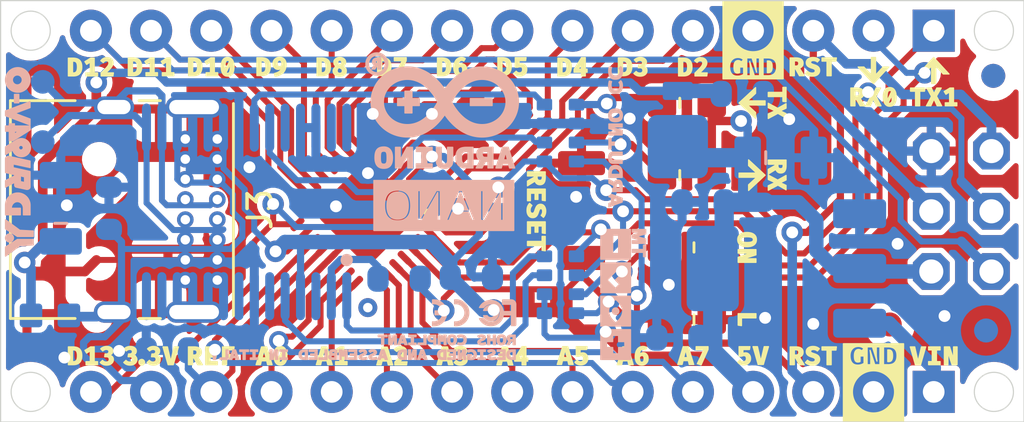
<source format=kicad_pcb>
(kicad_pcb (version 20220308) (generator pcbnew)
  (layers (0 "F.Cu" signal) (31 "B.Cu" signal) (34 "B.Paste" user) (35 "F.Paste" user) (36 "B.SilkS" user "B.Silkscreen") (37 "F.SilkS" user "F.Silkscreen") (38 "B.Mask" user) (39 "F.Mask" user) (44 "Edge.Cuts" user))
  (net 0 "")
  (net 1 "/AREF")
  (net 2 "Net-(IC1-DTR#)")
  (net 3 "/RX")
  (net 4 "/TX")
  (net 5 "Net-(J3-VBUS)")
  (net 15 "Net-(IC1-CBUS1)")
  (net 16 "Net-(IC1-CBUS0)")
  (net 17 "COM")
  (net 18 "VIN")
  (net 19 "/D3")
  (net 20 "/D4")
  (net 23 "/D5")
  (net 24 "/D6")
  (net 25 "/D7")
  (net 26 "/D8")
  (net 27 "/D9")
  (net 28 "/D10")
  (net 29 "/D11{slash}MOSI")
  (net 30 "/D12{slash}MISO")
  (net 31 "/D13{slash}SCK")
  (net 32 "/A6")
  (net 33 "/A7")
  (net 34 "/A0")
  (net 35 "/A1")
  (net 36 "/A2")
  (net 37 "/A3")
  (net 38 "/A4")
  (net 39 "/A5")
  (net 40 "/D0{slash}RX")
  (net 41 "/D1{slash}TX")
  (net 42 "/D2")
  (net 44 "Net-(IC3-PB6(XTAL1/TOSC1))")
  (net 45 "Net-(IC3-PB7(XTAL2/TOSC2))")
  (net 50 "Net-(RP2A-2)")
  (net 51 "Net-(RP1C-1)")
  (net 52 "Net-(RP2D-2)")
  (net 53 "Net-(RP2B-2)")
  (footprint "NanoV3.3:Fiducial_1mm_Mask1.5mm" (layer "F.Cu") (at 167.6146 95.885)
    (fp_text reference "FD2" hide)
    (fp_text value "DNP" hide)
  )
  (footprint "NanoV3.3:LED_0805_2012Metric" (layer "F.Cu") (at 154.686 97.028 90)
    (fp_text reference "TX0" hide)
    (fp_text value "Green" hide)
  )
  (footprint "NanoV3.3:Silkscreen_Front" (layer "F.Cu") (at 147.32 101.6)
    (fp_text reference "Silkscreen_Front" hide)
    (fp_text value "Silkscreen_Back" hide)
  )
  (footprint "NanoV3.3:LED_0805_2012Metric" (layer "F.Cu") (at 154.686 100.076 90)
    (fp_text reference "RX0" hide)
    (fp_text value "Red" hide)
  )
  (footprint "NanoV3.3:LED_0805_2012Metric" (layer "F.Cu") (at 154.686 103.124 -90)
    (fp_text reference "PWR0" hide)
    (fp_text value "Green" hide)
  )
  (footprint "NanoV3.3:Resonator_SMD_Murata_CSTxExxV-3Pin_3.0x1.1mm" (layer "F.Cu") (at 146.5834 97.2836 -45)
    (fp_text reference "Y1" hide)
    (fp_text value "16MHz" hide)
  )
  (footprint "Connector_USB:USB_C_Receptacle_GCT_USB4085" (layer "F.Cu") (at 134.874 98.552 -90)
    (fp_text reference "J3")
    (fp_text value "USB_2")
  )
  (footprint "NanoV3.3:TestPoint_Pad_D1.0mm" (layer "F.Cu") (at 127.508 98.679)
    (fp_text reference "D+0" hide)
    (fp_text value "DNP" hide)
  )
  (footprint "NanoV3.3:LED_0805_2012Metric" (layer "F.Cu") (at 154.686 106.172 -90)
    (fp_text reference "L0" hide)
    (fp_text value "Yellow" hide)
  )
  (footprint "NanoV3.3:Fuse_0603_1608Metric" (layer "F.Cu") (at 148.59 105.41)
    (fp_text reference "F1" hide)
    (fp_text value "MFFSMF050" hide)
  )
  (footprint "NanoV3.3:SW_SPST_3.9x2.9mm" (layer "F.Cu") (at 150.241 99.568 -90)
    (fp_text reference "SW1" hide)
    (fp_text value "RESET" hide)
  )
  (footprint "NanoV3.3:VQFN-32-1EP_5x5mm_P0.5mm_EP3.254x3.254mm" (layer "F.Cu") (at 141.224 101.6508 -135)
    (fp_text reference "IC3" hide)
    (fp_text value "328P-MUR" hide)
  )
  (footprint "NanoV3.3:TestPoint_Pad_D1.0mm" (layer "F.Cu") (at 127.508 96.139)
    (fp_text reference "D-0" hide)
    (fp_text value "DNP" hide)
  )
  (footprint "NanoV3.3:PinHeader_2x3_P2.54mm_Vertical" (layer "F.Cu") (at 166.2684 101.6 90)
    (fp_text reference "J4" hide)
    (fp_text value "Conn_2x3" hide)
  )
  (footprint "NanoV3.3:Fiducial_1mm_Mask1.5mm" (layer "F.Cu") (at 163.2458 106.3752 -90)
    (fp_text reference "FD1" hide)
    (fp_text value "DNP" hide)
  )
  (footprint "NanoV3.3:C_0603_1608Metric" (layer "B.Cu") (at 154.305 106.934 180)
    (fp_text reference "C8" hide)
    (fp_text value "1uF" hide)
  )
  (footprint "NanoV3.3:C_0603_1608Metric" (layer "B.Cu") (at 145.5928 104.3686)
    (fp_text reference "C3" hide)
    (fp_text value "1uF" hide)
  )
  (footprint "NanoV3.3:Fiducial_1mm_Mask1.5mm" (layer "B.Cu") (at 167.3098 106.6292 90)
    (fp_text reference "FD3" hide)
    (fp_text value "DNP" hide)
  )
  (footprint "NanoV3.3:DO-220AA" (layer "B.Cu") (at 154.305 98.171 90)
    (fp_text reference "D1" hide)
    (fp_text value "SS1P3L" hide)
  )
  (footprint "NanoV3.3:PinHeader_1x15_P2.54mm_Vertical" (layer "B.Cu") (at 147.32 93.98 180)
    (fp_text reference "J1" hide)
    (fp_text value "Conn_1x15" hide)
  )
  (footprint "NanoV3.3:C_0603_1608Metric" (layer "B.Cu") (at 142.5448 104.4448 180)
    (fp_text reference "C4" hide)
    (fp_text value "100nF" hide)
  )
  (footprint "NanoV3.3:R_CAY16-4" (layer "B.Cu") (at 149.352 98.298 90)
    (fp_text reference "RP2" hide)
    (fp_text value "1K" hide)
  )
  (footprint "NanoV3.3:C_0603_1608Metric" (layer "B.Cu") (at 157.0228 96.647)
    (fp_text reference "C9" hide)
    (fp_text value "100nF" hide)
  )
  (footprint "NanoV3.3:C_0603_1608Metric" (layer "B.Cu") (at 132.765 107.4674 180)
    (fp_text reference "C1" hide)
    (fp_text value "100nF" hide)
  )
  (footprint "NanoV3.3:CP_EIA-3216-18_Kemet-A" (layer "B.Cu") (at 128.27 102.87 90)
    (fp_text reference "C2" hide)
    (fp_text value "4,7uF_16V" hide)
  )
  (footprint "NanoV3.3:PinHeader_1x15_P2.54mm_Vertical" (layer "B.Cu") (at 147.32 109.22 180)
    (fp_text reference "J2" hide)
    (fp_text value "Conn_1x15" hide)
  )
  (footprint "NanoV3.3:Fiducial_1mm_Mask1.5mm" (layer "B.Cu") (at 167.6146 95.885 90)
    (fp_text reference "FD4" hide)
    (fp_text value "DNP" hide)
  )
  (footprint "NanoV3.3:R_CAY16-4" (layer "B.Cu") (at 149.352 104.6988 -90)
    (fp_text reference "RP1" hide)
    (fp_text value "1K" hide)
  )
  (footprint "NanoV3.3:SOT-223" (layer "B.Cu") (at 158.877 104.013 -90)
    (fp_text reference "IC2" hide)
    (fp_text value "LM1117IMPX-5.0" hide)
  )
  (footprint "NanoV3.3:SSOP-28_5.3x10.2mm_P0.65mm" (layer "B.Cu") (at 140.335 105.1814 180)
    (fp_text reference "IC1" hide)
    (fp_text value "FT232RL" hide)
  )
  (footprint "NanoV3.3:Fuse_0603_1608Metric" (layer "B.Cu") (at 127.8128 105.9942)
    (fp_text reference "F1" hide)
    (fp_text value "MFFSMF050" hide)
  )
  (footprint "NanoV3.3:C_0603_1608Metric" (layer "B.Cu") (at 130.302 101.473 -90)
    (fp_text reference "C6" hide)
    (fp_text value "100nF" hide)
  )
  (footprint "NanoV3.3:CP_EIA-3216-18_Kemet-A" (layer "B.Cu") (at 157.2514 99.3394)
    (fp_text reference "C5" hide)
    (fp_text value "4,7uF_16V" hide)
  )
  (footprint "NanoV3.3:Silkscreen_Back" (layer "B.Cu") (at 147.32 101.6 180)
    (fp_text reference "Silkscreen_Back" hide)
    (fp_text value "Silkscreen_Front" hide)
  )
  (footprint "NanoV3.3:C_0603_1608Metric" (layer "B.Cu") (at 155.3718 101.219 180)
    (fp_text reference "C7" hide)
    (fp_text value "1uF" hide)
  )
  (gr_circle (center 167.64 109.22) (end 168.4655 109.22) (stroke (width 0.05)) (fill none) (layer "Edge.Cuts"))
  (gr_line (start 125.73 92.71) (end 125.73 110.49) (stroke (width 0.05)) (layer "Edge.Cuts"))
  (gr_circle (center 127 109.22) (end 127.8255 109.22) (stroke (width 0.05)) (fill none) (layer "Edge.Cuts"))
  (gr_line (start 168.91 110.49) (end 168.91 92.71) (stroke (width 0.05)) (layer "Edge.Cuts"))
  (gr_circle (center 127 93.98) (end 127.8255 93.98) (stroke (width 0.05)) (fill none) (layer "Edge.Cuts"))
  (gr_circle (center 167.64 93.98) (end 168.4655 93.98) (stroke (width 0.05)) (fill none) (layer "Edge.Cuts"))
  (gr_line (start 168.91 92.71) (end 125.73 92.71) (stroke (width 0.05)) (layer "Edge.Cuts"))
  (gr_line (start 125.73 110.49) (end 168.91 110.49) (stroke (width 0.05)) (layer "Edge.Cuts"))
  (via (at 141.224 105.664) (size 0.8) (drill 0.4) (layers "F.Cu" "B.Cu") (net 0))
  (segment (start 139.314812 103.206435) (end 135.508999 107.012248) (width 0.254) (layer "F.Cu") (net 1))
  (segment (start 135.508999 108.331001) (end 134.62 109.22) (width 0.254) (layer "F.Cu") (net 1))
  (segment (start 135.508999 107.012248) (end 135.508999 108.331001) (width 0.254) (layer "F.Cu") (net 1))
  (segment (start 133.654 107.4674) (end 133.654 108.254) (width 0.3048) (layer "B.Cu") (net 1))
  (segment (start 133.654 108.254) (end 134.62 109.22) (width 0.3048) (layer "B.Cu") (net 1))
  (segment (start 141.351 103.632) (end 141.6558 103.9368) (width 0.3048) (layer "B.Cu") (net 2))
  (segment (start 139.6848 104.025717) (end 139.6848 105.1814) (width 0.3048) (layer "B.Cu") (net 2))
  (segment (start 140.078517 103.632) (end 139.6848 104.025717) (width 0.3048) (layer "B.Cu") (net 2))
  (segment (start 141.351 103.632) (end 140.078517 103.632) (width 0.3048) (layer "B.Cu") (net 2))
  (segment (start 141.6558 103.9368) (end 141.6558 104.4448) (width 0.3048) (layer "B.Cu") (net 2))
  (segment (start 140.5382 106.6292) (end 146.8374 106.6292) (width 0.254) (layer "B.Cu") (net 3))
  (segment (start 148.677 103.4988) (end 148.0628 103.4988) (width 0.254) (layer "B.Cu") (net 3))
  (segment (start 147.3454 106.1212) (end 147.3454 104.2162) (width 0.254) (layer "B.Cu") (net 3))
  (segment (start 146.8374 106.6292) (end 147.3454 106.1212) (width 0.254) (layer "B.Cu") (net 3))
  (segment (start 140.335 106.426) (end 140.5382 106.6292) (width 0.254) (layer "B.Cu") (net 3))
  (segment (start 148.0628 103.4988) (end 147.3454 104.2162) (width 0.254) (layer "B.Cu") (net 3))
  (segment (start 140.335 106.426) (end 140.335 105.1814) (width 0.254) (layer "B.Cu") (net 3))
  (segment (start 148.1772 104.2988) (end 148.677 104.2988) (width 0.254) (layer "B.Cu") (net 4))
  (segment (start 138.6078 107.0864) (end 147.1676 107.0864) (width 0.254) (layer "B.Cu") (net 4))
  (segment (start 147.1676 107.0864) (end 147.8788 106.3752) (width 0.254) (layer "B.Cu") (net 4))
  (segment (start 147.8788 106.3752) (end 147.8788 104.5972) (width 0.254) (layer "B.Cu") (net 4))
  (segment (start 147.8788 104.5972) (end 148.1772 104.2988) (width 0.254) (layer "B.Cu") (net 4))
  (segment (start 137.7348 105.1814) (end 137.7348 106.2134) (width 0.254) (layer "B.Cu") (net 4))
  (segment (start 137.7348 106.2134) (end 138.6078 107.0864) (width 0.254) (layer "B.Cu") (net 4))
  (segment (start 155.736011 100.076) (end 155.736011 97.028) (width 0.3556) (layer "F.Cu") (net 5))
  (segment (start 157.988 107.1626) (end 160.02 109.22) (width 0.3048) (layer "F.Cu") (net 5))
  (segment locked (start 129.7686 96.1644) (end 129.7686 97.3074) (width 0.4064) (layer "F.Cu") (net 5))
  (segment (start 152.4 107.823) (end 151.257 106.68) (width 0.6096) (layer "F.Cu") (net 5))
  (segment (start 156.21 107.823) (end 157.48 109.22) (width 0.6096) (layer "F.Cu") (net 5))
  (segment (start 143.93 99.298353) (end 143.93 99.29) (width 0.254) (layer "F.Cu") (net 5))
  (segment (start 152.781 107.1626) (end 152.273 106.68) (width 0.3048) (layer "F.Cu") (net 5))
  (segment (start 152.4 107.823) (end 156.21 107.823) (width 0.6096) (layer "F.Cu") (net 5))
  (segment locked (start 149.63 104.89) (end 144.81675 104.89) (width 0.254) (layer "F.Cu") (net 5))
  (segment (start 150.2156 106.68) (end 151.257 106.68) (width 0.6096) (layer "F.Cu") (net 5))
  (segment (start 146.5326 105.7656) (end 149.3012 105.7656) (width 0.6096) (layer "F.Cu") (net 5))
  (segment (start 161.163 97.155) (end 161.163 101.092) (width 0.3048) (layer "F.Cu") (net 5))
  (segment (start 143.133188 100.095165) (end 143.93 99.298353) (width 0.254) (layer "F.Cu") (net 5))
  (segment (start 160.02 93.98) (end 160.02 96.012) (width 0.3048) (layer "F.Cu") (net 5))
  (segment (start 144.43 105.79) (end 144.43 105.27675) (width 0.254) (layer "F.Cu") (net 5))
  (segment (start 152.781 107.1626) (end 157.988 107.1626) (width 0.3048) (layer "F.Cu") (net 5))
  (segment (start 160.02 96.012) (end 161.163 97.155) (width 0.3048) (layer "F.Cu") (net 5))
  (segment (start 138.607705 102.499328) (end 137.817033 103.29) (width 0.254) (layer "F.Cu") (net 5))
  (segment locked (start 150.241 104.267) (end 150.241 103.5685) (width 0.3048) (layer "F.Cu") (net 5))
  (segment (start 151.384 105.41) (end 152.273 106.299) (width 0.3048) (layer "F.Cu") (net 5))
  (segment (start 156.972 97.79) (end 155.736011 97.79) (width 0.3556) (layer "F.Cu") (net 5))
  (segment (start 152.273 106.299) (end 152.273 106.68) (width 0.3048) (layer "F.Cu") (net 5))
  (segment (start 127.127 104.14) (end 126.746 103.759) (width 0.4064) (layer "F.Cu") (net 5))
  (segment (start 159.766 102.489) (end 159.131 102.489) (width 0.3048) (layer "F.Cu") (net 5))
  (segment (start 150.2156 106.68) (end 149.3012 105.7656) (width 0.6096) (layer "F.Cu") (net 5))
  (segment (start 144.81675 104.89) (end 143.133187 103.206438) (width 0.254) (layer "F.Cu") (net 5))
  (segment locked (start 151.384 105.41) (end 150.241 104.267) (width 0.3048) (layer "F.Cu") (net 5))
  (segment locked (start 127.508 99.568) (end 127.508 102.997) (width 0.4064) (layer "F.Cu") (net 5))
  (segment (start 143.3444 98.7044) (end 143.93 99.29) (width 0.254) (layer "F.Cu") (net 5))
  (segment (start 144.43 105.27675) (end 144.81675 104.89) (width 0.254) (layer "F.Cu") (net 5))
  (segment locked (start 127.508 99.568) (end 129.7686 97.3074) (width 0.4064) (layer "F.Cu") (net 5))
  (segment (start 149.63 104.89) (end 150.241 104.279) (width 0.254) (layer "F.Cu") (net 5))
  (segment (start 129.774 103.652) (end 129.286 104.14) (width 0.4064) (layer "F.Cu") (net 5))
  (segment (start 133.524 103.652) (end 134.874 103.652) (width 0.25) (layer "F.Cu") (net 5))
  (segment (start 137.817033 103.29) (end 137.33 103.29) (width 0.254) (layer "F.Cu") (net 5))
  (segment (start 129.286 104.14) (end 127.127 104.14) (width 0.4064) (layer "F.Cu") (net 5))
  (segment (start 142.426082 99.388058) (end 143.10974 98.7044) (width 0.254) (layer "F.Cu") (net 5))
  (segment (start 161.163 101.092) (end 159.766 102.489) (width 0.3048) (layer "F.Cu") (net 5))
  (segment (start 143.10974 98.7044) (end 143.3444 98.7044) (width 0.254) (layer "F.Cu") (net 5))
  (segment locked (start 127.508 102.997) (end 126.746 103.759) (width 0.4064) (layer "F.Cu") (net 5))
  (segment (start 133.524 103.652) (end 129.774 103.652) (width 0.25) (layer "F.Cu") (net 5))
  (via (at 143.93 99.29) (size 0.9064) (drill 0.5) (layers "F.Cu" "B.Cu") (net 5))
  (via (at 156.972 97.79) (size 0.9064) (drill 0.5) (layers "F.Cu" "B.Cu") (net 5))
  (via (at 159.131 102.489) (size 0.9064) (drill 0.5) (layers "F.Cu" "B.Cu") (net 5))
  (via (at 151.384 105.41) (size 0.9064) (drill 0.5) (layers "F.Cu" "B.Cu") (net 5))
  (via (at 129.7686 96.1644) (size 0.9064) (drill 0.5) (layers "F.Cu" "B.Cu") (net 5))
  (via (at 126.746 103.759) (size 0.9064) (drill 0.5) (layers "F.Cu" "B.Cu") (net 5))
  (via (at 151.257 106.68) (size 0.9064) (drill 0.5) (layers "F.Cu" "B.Cu") (net 5))
  (via (at 137.33 103.29) (size 0.9064) (drill 0.5) (layers "F.Cu" "B.Cu") (net 5))
  (via (at 144.43 105.79) (size 0.9064) (drill 0.5) (layers "F.Cu" "B.Cu") (net 5))
  (via (at 146.5326 105.7656) (size 0.9064) (drill 0.5) (layers "F.Cu" "B.Cu") (net 5))
  (segment (start 148.677 105.0988) (end 148.677 105.8988) (width 0.254) (layer "B.Cu") (net 5))
  (segment (start 143.4338 104.4448) (end 143.4338 104.7938) (width 0.3048) (layer "B.Cu") (net 5))
  (segment (start 156.2608 101.219) (end 157.988 101.219) (width 0.8128) (layer "B.Cu") (net 5))
  (segment (start 157.2514 98.0694) (end 157.2514 99.3394) (width 0.3556) (layer "B.Cu") (net 5))
  (segment (start 135.1351 98.0694) (end 135.1351 99.7849) (width 0.254) (layer "B.Cu") (net 5))
  (segment (start 131.8895 98.171) (end 131.8895 101.2495) (width 0.254) (layer "B.Cu") (net 5))
  (segment (start 143.4338 104.7938) (end 144.43 105.79) (width 0.3048) (layer "B.Cu") (net 5))
  (segment (start 131.3769 97.5614) (end 131.8849 98.0694) (width 0.3048) (layer "B.Cu") (net 5))
  (segment (start 129.48 106.89) (end 129.23 107.14) (width 0.3048) (layer "B.Cu") (net 5))
  (segment (start 128.397 97.028) (end 127.508 96.139) (width 0.3048) (layer "B.Cu") (net 5))
  (segment (start 146.1008 105.7656) (end 144.7038 104.3686) (width 0.6096) (layer "B.Cu") (net 5))
  (segment (start 132.5352 98.0694) (end 132.5352 96.7212) (width 0.3048) (layer "B.Cu") (net 5))
  (segment (start 151.003 106.934) (end 151.257 106.68) (width 0.254) (layer "B.Cu") (net 5))
  (segment (start 154.305 98.871) (end 154.7734 99.3394) (width 0.8128) (layer "B.Cu") (net 5))
  (segment (start 133.1849 100.2449) (end 133.33 100.39) (width 0.254) (layer "B.Cu") (net 5))
  (segment (start 159.385 101.219) (end 157.988 101.219) (width 0.6096) (layer "B.Cu") (net 5))
  (segment (start 133.33 100.39) (end 135.0356 100.39) (width 0.254) (layer "B.Cu") (net 5))
  (segment (start 162.1028 104.14) (end 164.9984 104.14) (width 0.6096) (layer "B.Cu") (net 5))
  (segment (start 136.43 102.39) (end 137.33 103.29) (width 0.254) (layer "B.Cu") (net 5))
  (segment (start 155.778 107.518) (end 157.48 109.22) (width 0.8128) (layer "B.Cu") (net 5))
  (segment (start 130.83 106.19) (end 130.13 106.89) (width 0.3048) (layer "B.Cu") (net 5))
  (segment (start 162.5092 95.377) (end 163.8046 96.6724) (width 0.4064) (layer "B.Cu") (net 5))
  (segment (start 131.064 96.52) (end 132.334 96.52) (width 0.3048) (layer "B.Cu") (net 5))
  (segment (start 154.304 96.52) (end 152.6794 96.52) (width 0.3556) (layer "B.Cu") (net 5))
  (segment (start 127.0128 104.0258) (end 126.746 103.759) (width 0.4064) (layer "B.Cu") (net 5))
  (segment (start 152.2984 96.1644) (end 132.7404 96.1644) (width 0.3556) (layer "B.Cu") (net 5))
  (segment (start 130.13 106.89) (end 129.48 106.89) (width 0.3048) (layer "B.Cu") (net 5))
  (segment (start 131.064 96.52) (end 130.556 97.028) (width 0.3048) (layer "B.Cu") (net 5))
  (segment (start 130.03 107.94) (end 130.83 108.74) (width 0.3048) (layer "B.Cu") (net 5))
  (segment (start 167.5384 99.06) (end 167.5384 97.9678) (width 0.4064) (layer "B.Cu") (net 5))
  (segment (start 167.5384 97.9678) (end 166.243 96.6724) (width 0.4064) (layer "B.Cu") (net 5))
  (segment (start 132.7404 101.346) (end 134.5692 101.346) (width 0.254) (layer "B.Cu") (net 5))
  (segment (start 152.6794 96.52) (end 152.4762 96.3168) (width 0.3556) (layer "B.Cu") (net 5))
  (segment (start 161.9758 104.013) (end 160.909 104.013) (width 0.6096) (layer "B.Cu") (net 5))
  (segment (start 128.27 102.87) (end 127.635 102.87) (width 0.4064) (layer "B.Cu") (net 5))
  (segment (start 133.03 102.39) (end 135.1 102.39) (width 0.254) (layer "B.Cu") (net 5))
  (segment (start 161.417 95.377) (end 162.5092 95.377) (width 0.4064) (layer "B.Cu") (net 5))
  (segment (start 145.93 102.59) (end 145.93 100.79) (width 0.3048) (layer "B.Cu") (net 5))
  (segment (start 155.778 104.013) (end 155.778 107.518) (width 0.8128) (layer "B.Cu") (net 5))
  (segment (start 136.03 101.49) (end 136.03 100.6798) (width 0.254) (layer "B.Cu") (net 5))
  (segment (start 136.43 101.89) (end 136.03 101.49) (width 0.254) (layer "B.Cu") (net 5))
  (segment (start 137.723 102.897) (end 137.33 103.29) (width 0.6096) (layer "B.Cu") (net 5))
  (segment (start 135.0356 100.39) (end 135.0356 100.3956) (width 0.254) (layer "B.Cu") (net 5))
  (segment (start 132.334 95.758) (end 130.175 95.758) (width 0.3556) (layer "B.Cu") (net 5))
  (segment (start 145.7364 102.7836) (end 145.93 102.59) (width 0.3048) (layer "B.Cu") (net 5))
  (segment (start 136.43 101.89) (end 136.43 102.39) (width 0.254) (layer "B.Cu") (net 5))
  (segment (start 129.23 107.14) (end 129.23 107.69) (width 0.3048) (layer "B.Cu") (net 5))
  (segment (start 157.2514 99.3394) (end 157.2514 101.219) (width 0.8128) (layer "B.Cu") (net 5))
  (segment (start 144.7038 103.8098) (end 144.7038 104.3686) (width 0.6096) (layer "B.Cu") (net 5))
  (segment (start 160.147 103.251) (end 160.147 101.981) (width 0.6096) (layer "B.Cu") (net 5))
  (segment (start 131.8895 101.2495) (end 133.03 102.39) (width 0.254) (layer "B.Cu") (net 5))
  (segment (start 145.73 102.7836) (end 145.7364 102.7836) (width 0.3048) (layer "B.Cu") (net 5))
  (segment (start 159.131 108.331) (end 160.02 109.22) (width 0.4064) (layer "B.Cu") (net 5))
  (segment (start 159.131 102.489) (end 159.131 108.331) (width 0.4064) (layer "B.Cu") (net 5))
  (segment (start 127.0128 105.9942) (end 127.0128 104.0258) (width 0.4064) (layer "B.Cu") (net 5))
  (segment (start 160.909 104.013) (end 160.147 103.251) (width 0.6096) (layer "B.Cu") (net 5))
  (segment (start 154.7734 99.3394) (end 157.2514 99.3394) (width 0.8128) (layer "B.Cu") (net 5))
  (segment (start 156.2608 101.219) (end 156.2608 103.5302) (width 0.8128) (layer "B.Cu") (net 5))
  (segment (start 132.5372 101.1428) (end 132.7404 101.346) (width 0.254) (layer "B.Cu") (net 5))
  (segment (start 160.02 93.98) (end 161.417 95.377) (width 0.4064) (layer "B.Cu") (net 5))
  (segment (start 150.8952 105.8988) (end 151.384 105.41) (width 0.254) (layer "B.Cu") (net 5))
  (segment (start 130.83 102.89) (end 130.83 106.19) (width 0.3048) (layer "B.Cu") (net 5))
  (segment (start 127.635 102.87) (end 126.746 103.759) (width 0.4064) (layer "B.Cu") (net 5))
  (segment (start 138.384991 105.1814) (end 138.384991 102.897) (width 0.3048) (layer "B.Cu") (net 5))
  (segment (start 161.9758 104.013) (end 162.1028 104.14) (width 0.6096) (layer "B.Cu") (net 5))
  (segment (start 129.48 107.94) (end 130.03 107.94) (width 0.3048) (layer "B.Cu") (net 5))
  (segment (start 150.027 105.8988) (end 150.8952 105.8988) (width 0.254) (layer "B.Cu") (net 5))
  (segment (start 130.302 102.362) (end 130.83 102.89) (width 0.3048) (layer "B.Cu") (net 5))
  (segment (start 134.5692 101.346) (end 134.6962 101.219) (width 0.254) (layer "B.Cu") (net 5))
  (segment (start 132.7404 96.1644) (end 132.334 95.758) (width 0.3556) (layer "B.Cu") (net 5))
  (segment (start 135.93 102.69) (end 135.43 103.19) (width 0.254) (layer "B.Cu") (net 5))
  (segment (start 135.93 102.04) (end 135.53 101.64) (width 0.254) (layer "B.Cu") (net 5))
  (segment (start 146.5326 105.7656) (end 146.1008 105.7656) (width 0.6096) (layer "B.Cu") (net 5))
  (segment (start 130.556 97.028) (end 128.397 97.028) (width 0.3048) (layer "B.Cu") (net 5))
  (segment (start 145.73 102.7836) (end 144.7038 103.8098) (width 0.3048) (layer "B.Cu") (net 5))
  (segment (start 127.508 98.679) (end 128.6256 97.5614) (width 0.3048) (layer "B.Cu") (net 5))
  (segment (start 135.430006 103.189989) (end 130.82999 103.189989) (width 0.254) (layer "B.Cu") (net 5))
  (segment (start 152.2984 96.1644) (end 152.4762 96.3168) (width 0.3556) (layer "B.Cu") (net 5))
  (segment (start 144.43 99.29) (end 143.93 99.29) (width 0.3048) (layer "B.Cu") (net 5))
  (segment (start 163.8046 96.6724) (end 166.243 96.6724) (width 0.4064) (layer "B.Cu") (net 5))
  (segment (start 133.1849 98.0694) (end 133.1849 100.2449) (width 0.254) (layer "B.Cu") (net 5))
  (segment (start 136.03 100.6798) (end 135.1351 99.7849) (width 0.254) (layer "B.Cu") (net 5))
  (segment locked (start 130.83 108.74) (end 131.6 108.74) (width 0.3048) (layer "B.Cu") (net 5))
  (segment (start 128.6256 97.5614) (end 131.3769 97.5614) (width 0.3048) (layer "B.Cu") (net 5))
  (segment (start 160.147 101.981) (end 159.385 101.219) (width 0.6096) (layer "B.Cu") (net 5))
  (segment (start 132.08 109.22) (end 131.599991 108.739991) (width 0.3048) (layer "B.Cu") (net 5))
  (segment (start 148.677 105.8988) (end 148.677 106.767) (width 0.254) (layer "B.Cu") (net 5))
  (segment (start 143.891 102.897) (end 137.723 102.897) (width 0.6096) (layer "B.Cu") (net 5))
  (segment (start 135.93 102.69) (end 135.93 102.04) (width 0.254) (layer "B.Cu") (net 5))
  (segment (start 135.0356 100.3956) (end 135.53 100.89) (width 0.254) (layer "B.Cu") (net 5))
  (segment (start 144.7038 103.8098) (end 143.891 102.897) (width 0.6096) (layer "B.Cu") (net 5))
  (segment (start 148.844 106.934) (end 151.003 106.934) (width 0.254) (layer "B.Cu") (net 5))
  (segment (start 135.53 101.64) (end 135.53 100.89) (width 0.254) (layer "B.Cu") (net 5))
  (segment (start 128.6636 106.045) (end 129.794 106.045) (width 0.4064) (layer "B.Cu") (net 5))
  (segment (start 132.5352 96.7212) (end 132.334 96.52) (width 0.3048) (layer "B.Cu") (net 5))
  (segment (start 132.5372 98.0567) (end 132.5372 101.1428) (width 0.254) (layer "B.Cu") (net 5))
  (segment (start 130.175 95.758) (end 129.7686 96.1644) (width 0.3556) (layer "B.Cu") (net 5))
  (segment (start 135.1 102.39) (end 135.128 102.362) (width 0.254) (layer "B.Cu") (net 5))
  (segment (start 156.0078 96.521) (end 154.305 96.521) (width 0.6096) (layer "B.Cu") (net 5))
  (segment (start 156.2608 103.5302) (end 155.778 104.013) (width 0.8128) (layer "B.Cu") (net 5))
  (segment (start 156.972 97.79) (end 157.2514 98.0694) (width 0.3556) (layer "B.Cu") (net 5))
  (segment (start 145.93 100.79) (end 144.43 99.29) (width 0.3048) (layer "B.Cu") (net 5))
  (segment (start 129.23 107.69) (end 129.48 107.94) (width 0.3048) (layer "B.Cu") (net 5))
  (segment (start 148.677 106.767) (end 148.844 106.934) (width 0.254) (layer "B.Cu") (net 5))
  (segment (start 156.1338 96.647) (end 156.0078 96.521) (width 0.6096) (layer "B.Cu") (net 5))
  (segment (start 148.677 97.098) (end 148.2514 96.6724) (width 0.254) (layer "B.Cu") (net 15))
  (segment (start 136.6774 96.6724) (end 136.4353 96.9145) (width 0.254) (layer "B.Cu") (net 15))
  (segment (start 148.2514 96.6724) (end 136.6774 96.6724) (width 0.254) (layer "B.Cu") (net 15))
  (segment (start 136.4353 96.9145) (end 136.4353 98.0694) (width 0.254) (layer "B.Cu") (net 15))
  (segment (start 140.28 100.29) (end 138.23 100.29) (width 0.254) (layer "B.Cu") (net 16))
  (segment (start 148.658 98.679) (end 148.319 98.679) (width 0.254) (layer "B.Cu") (net 16))
  (segment (start 137.0851 99.1451) (end 138.23 100.29) (width 0.254) (layer "B.Cu") (net 16))
  (segment (start 140.78 100.79) (end 140.28 100.29) (width 0.254) (layer "B.Cu") (net 16))
  (segment (start 141.98 100.79) (end 140.78 100.79) (width 0.254) (layer "B.Cu") (net 16))
  (segment (start 148.13 98.49) (end 143.53 98.49) (width 0.254) (layer "B.Cu") (net 16))
  (segment (start 143.03 99.74) (end 143.03 98.99) (width 0.254) (layer "B.Cu") (net 16))
  (segment (start 137.0851 98.0694) (end 137.0851 99.1451) (width 0.254) (layer "B.Cu") (net 16))
  (segment (start 141.98 100.79) (end 143.03 99.74) (width 0.254) (layer "B.Cu") (net 16))
  (segment (start 148.658 98.679) (end 148.677 98.698) (width 0.254) (layer "B.Cu") (net 16))
  (segment (start 143.03 98.99) (end 143.53 98.49) (width 0.254) (layer "B.Cu") (net 16))
  (segment (start 148.319 98.679) (end 148.13 98.49) (width 0.254) (layer "B.Cu") (net 16))
  (segment (start 142.779635 99.741612) (end 141.224 101.297247) (width 0.254) (layer "F.Cu") (net 17))
  (segment (start 142.28466 101.6508) (end 141.224 101.6508) (width 0.254) (layer "F.Cu") (net 17))
  (segment (start 143.486742 100.448718) (end 142.28466 101.6508) (width 0.254) (layer "F.Cu") (net 17))
  (segment (start 141.224 102.004353) (end 141.224 101.6508) (width 0.254) (layer "F.Cu") (net 17))
  (segment (start 141.224 101.297247) (end 141.224 101.6508) (width 0.254) (layer "F.Cu") (net 17))
  (segment (start 139.668365 103.559988) (end 141.224 102.004353) (width 0.254) (layer "F.Cu") (net 17))
  (via (at 141.23 99.99) (size 0.9064) (drill 0.5) (layers "F.Cu" "B.Cu") (net 17))
  (via (at 165.5572 106.0196) (size 0.9064) (drill 0.5) (layers "F.Cu" "B.Cu") (net 17))
  (via (at 150.0124 100.9904) (size 0.8128) (drill 0.5) (layers "F.Cu" "B.Cu") (net 17))
  (via (at 141.43 97.49) (size 0.9064) (drill 0.5) (layers "F.Cu" "B.Cu") (net 17))
  (via (at 157.988 106.0958) (size 0.8128) (drill 0.5) (layers "F.Cu" "B.Cu") (net 17))
  (via (at 139.88 101.39) (size 0.9064) (drill 0.5) (layers "F.Cu" "B.Cu") (net 17))
  (via (at 128.524 101.346) (size 0.9064) (drill 0.5) (layers "F.Cu" "B.Cu") (net 17))
  (via (at 143.93 97.49) (size 0.9064) (drill 0.5) (layers "F.Cu" "B.Cu") (net 17))
  (via (at 152.273 97.6884) (size 0.8128) (drill 0.5) (layers "F.Cu" "B.Cu") (net 17))
  (via (at 153.924 104.6988) (size 0.8128) (drill 0.5) (layers "F.Cu" "B.Cu") (net 17))
  (via (at 130.73 107.49) (size 0.9064) (drill 0.5) (layers "F.Cu" "B.Cu") (net 17))
  (via (at 128.4224 107.7722) (size 0.8128) (drill 0.5) (layers "F.Cu" "B.Cu") (net 17))
  (via (at 163.576 102.9716) (size 0.8128) (drill 0.5) (layers "F.Cu" "B.Cu") (net 17))
  (via (at 136.23 99.74) (size 0.9064) (drill 0.5) (layers "F.Cu" "B.Cu") (net 17))
  (via (at 160.02 106.3498) (size 0.8128) (drill 0.5) (layers "F.Cu" "B.Cu") (net 17))
  (via (at 159.004 97.7138) (size 0.8128) (drill 0.5) (layers "F.Cu" "B.Cu") (net 17))
  (segment (start 148.677 97.898) (end 150.027 97.898) (width 0.4064) (layer "B.Cu") (net 17))
  (segment (start 165.1 108.204) (end 165.1 109.22) (width 0.6096) (layer "B.Cu") (net 18))
  (segment (start 161.9758 106.3244) (end 163.2204 106.3244) (width 0.6096) (layer "B.Cu") (net 18))
  (segment (start 163.2204 106.3244) (end 165.1 108.204) (width 0.6096) (layer "B.Cu") (net 18))
  (segment (start 145.559673 99.79) (end 147.352 99.79) (width 0.254) (layer "F.Cu") (net 19))
  (segment (start 144.193848 101.155825) (end 145.559673 99.79) (width 0.254) (layer "F.Cu") (net 19))
  (segment (start 149.4282 96.9518) (end 149.4282 97.7138) (width 0.254) (layer "F.Cu") (net 19))
  (segment (start 149.4282 97.7138) (end 147.352 99.79) (width 0.254) (layer "F.Cu") (net 19))
  (segment (start 152.4 93.98) (end 149.4282 96.9518) (width 0.254) (layer "F.Cu") (net 19))
  (segment (start 143.840295 100.802272) (end 145.352567 99.29) (width 0.254) (layer "F.Cu") (net 20))
  (segment (start 149.86 93.98) (end 149.86 94.234) (width 0.254) (layer "F.Cu") (net 20))
  (segment (start 145.352567 99.29) (end 147.1662 99.29) (width 0.254) (layer "F.Cu") (net 20))
  (segment (start 148.8186 95.2754) (end 148.8186 97.6376) (width 0.254) (layer "F.Cu") (net 20))
  (segment (start 148.8186 97.6376) (end 147.1662 99.29) (width 0.254) (layer "F.Cu") (net 20))
  (segment (start 149.86 94.234) (end 148.8186 95.2754) (width 0.254) (layer "F.Cu") (net 20))
  (segment (start 146.5834 94.7166) (end 147.32 93.98) (width 0.254) (layer "F.Cu") (net 23))
  (segment (start 140.53 98.481927) (end 140.53 97.2394) (width 0.254) (layer "F.Cu") (net 23))
  (segment (start 142.08808 95.68228) (end 145.05892 95.68228) (width 0.254) (layer "F.Cu") (net 23))
  (segment (start 140.729025 98.680952) (end 140.53 98.481927) (width 0.254) (layer "F.Cu") (net 23))
  (segment locked (start 140.53 97.2394) (end 142.0876 95.6818) (width 0.254) (layer "F.Cu") (net 23))
  (segment (start 145.05892 95.68228) (end 146.0246 94.7166) (width 0.254) (layer "F.Cu") (net 23))
  (segment (start 146.0246 94.7166) (end 146.5834 94.7166) (width 0.254) (layer "F.Cu") (net 23))
  (segment (start 142.0876 95.6818) (end 142.08808 95.68228) (width 0.254) (layer "F.Cu") (net 23))
  (segment (start 143.5354 95.2246) (end 144.78 93.98) (width 0.254) (layer "F.Cu") (net 24))
  (segment locked (start 140.03 97.079) (end 141.8844 95.2246) (width 0.254) (layer "F.Cu") (net 24))
  (segment (start 140.03 98.689033) (end 140.03 97.079) (width 0.254) (layer "F.Cu") (net 24))
  (segment (start 140.375472 99.034505) (end 140.03 98.689033) (width 0.254) (layer "F.Cu") (net 24))
  (segment (start 141.8844 95.2246) (end 143.5354 95.2246) (width 0.254) (layer "F.Cu") (net 24))
  (segment (start 140.021918 99.388058) (end 139.53 98.89614) (width 0.254) (layer "F.Cu") (net 25))
  (segment (start 142.24 93.98) (end 142.24 94.18) (width 0.254) (layer "F.Cu") (net 25))
  (segment (start 139.53 98.89614) (end 139.53 96.89) (width 0.254) (layer "F.Cu") (net 25))
  (segment locked (start 139.53 96.89) (end 142.24 94.18) (width 0.254) (layer "F.Cu") (net 25))
  (segment (start 139.03 99.103247) (end 139.03 96.69) (width 0.254) (layer "F.Cu") (net 26))
  (segment (start 139.668365 99.741612) (end 139.03 99.103247) (width 0.254) (layer "F.Cu") (net 26))
  (segment (start 139.7 93.98) (end 139.7 96.02) (width 0.254) (layer "F.Cu") (net 26))
  (segment locked (start 139.7 96.02) (end 139.03 96.69) (width 0.254) (layer "F.Cu") (net 26))
  (segment locked (start 138.53 95.35) (end 137.16 93.98) (width 0.254) (layer "F.Cu") (net 27))
  (segment (start 139.314812 100.095165) (end 138.53 99.310353) (width 0.254) (layer "F.Cu") (net 27))
  (segment (start 138.53 99.310353) (end 138.53 95.35) (width 0.254) (layer "F.Cu") (net 27))
  (segment (start 138.961258 100.448718) (end 137.98672 99.47418) (width 0.254) (layer "F.Cu") (net 28))
  (segment (start 137.98672 99.47418) (end 137.98672 97.34672) (width 0.254) (layer "F.Cu") (net 28))
  (segment (start 137.98672 97.34672) (end 134.62 93.98) (width 0.254) (layer "F.Cu") (net 28))
  (segment (start 132.08 93.98) (end 133.29968 95.19968) (width 0.254) (layer "F.Cu") (net 29))
  (segment (start 137.53 97.5504) (end 135.1788 95.1992) (width 0.254) (layer "F.Cu") (net 29))
  (segment (start 133.29968 95.19968) (end 135.17832 95.19968) (width 0.254) (layer "F.Cu") (net 29))
  (segment (start 138.607705 100.802272) (end 137.53 99.724567) (width 0.254) (layer "F.Cu") (net 29))
  (segment (start 137.53 99.724567) (end 137.53 97.5504) (width 0.254) (layer "F.Cu") (net 29))
  (segment (start 135.17832 95.19968) (end 135.1788 95.1992) (width 0.254) (layer "F.Cu") (net 29))
  (segment (start 132.08 93.98) (end 133.29968 95.19968) (width 0.254) (layer "B.Cu") (net 29))
  (segment (start 164.9984 101.4984) (end 164.9984 101.6) (width 0.6096) (layer "B.Cu") (net 29))
  (segment (start 133.29968 95.19968) (end 158.69968 95.19968) (width 0.254) (layer "B.Cu") (net 29))
  (segment (start 164.3634 100.8634) (end 159.0929 95.5929) (width 0.4064) (layer "B.Cu") (net 29))
  (segment (start 158.69968 95.19968) (end 159.0929 95.5929) (width 0.254) (layer "B.Cu") (net 29))
  (segment (start 164.3634 100.8634) (end 164.9984 101.4984) (width 0.6096) (layer "B.Cu") (net 29))
  (segment (start 159.0929 95.5929) (end 158.6992 95.1992) (width 0.4064) (layer "B.Cu") (net 29))
  (segment (start 138.254152 101.155825) (end 137.03 99.931673) (width 0.254) (layer "F.Cu") (net 30))
  (segment (start 134.8994 95.6564) (end 131.2164 95.6564) (width 0.254) (layer "F.Cu") (net 30))
  (segment locked (start 137.03 97.787) (end 134.8994 95.6564) (width 0.254) (layer "F.Cu") (net 30))
  (segment (start 129.54 93.98) (end 131.2164 95.6564) (width 0.254) (layer "F.Cu") (net 30))
  (segment (start 137.03 99.931673) (end 137.03 97.787) (width 0.254) (layer "F.Cu") (net 30))
  (segment (start 166.2684 102.87) (end 167.5384 104.14) (width 0.4064) (layer "B.Cu") (net 30))
  (segment (start 164.592 102.87) (end 163.703 101.981) (width 0.254) (layer "B.Cu") (net 30))
  (segment (start 163.703 101.981) (end 163.703 101.092) (width 0.254) (layer "B.Cu") (net 30))
  (segment (start 130.81 95.25) (end 129.54 93.98) (width 0.254) (layer "B.Cu") (net 30))
  (segment (start 166.2684 102.87) (end 164.592 102.87) (width 0.254) (layer "B.Cu") (net 30))
  (segment (start 158.2674 95.6564) (end 132.9944 95.6564) (width 0.254) (layer "B.Cu") (net 30))
  (segment (start 163.703 101.092) (end 158.2674 95.6564) (width 0.254) (layer "B.Cu") (net 30))
  (segment (start 132.9944 95.6564) (end 132.588 95.25) (width 0.254) (layer "B.Cu") (net 30))
  (segment (start 132.588 95.25) (end 130.81 95.25) (width 0.254) (layer "B.Cu") (net 30))
  (segment (start 161.798 101.219) (end 161.798 97.1042) (width 0.254) (layer "F.Cu") (net 31))
  (segment (start 145.03 101.49) (end 145.93 100.59) (width 0.254) (layer "F.Cu") (net 31))
  (segment (start 157.353 101.092) (end 152.908 101.092) (width 0.254) (layer "F.Cu") (net 31))
  (segment (start 137.23 101.29) (end 137.23 102.09) (width 0.254) (layer "F.Cu") (net 31))
  (segment (start 130.35 109.22) (end 129.54 109.22) (width 0.254) (layer "F.Cu") (net 31))
  (segment (start 158.242 102.743) (end 158.242 101.981) (width 0.254) (layer "F.Cu") (net 31))
  (segment (start 152.527 100.711) (end 151.2824 100.711) (width 0.254) (layer "F.Cu") (net 31))
  (segment (start 133.13 107.89) (end 136.43 104.59) (width 0.254) (layer "F.Cu") (net 31))
  (segment (start 137.174225 102.145775) (end 136.43 102.89) (width 0.254) (layer "F.Cu") (net 31))
  (segment (start 159.639 103.378) (end 161.798 101.219) (width 0.254) (layer "F.Cu") (net 31))
  (segment (start 145.93 100.59) (end 146.73 100.59) (width 0.254) (layer "F.Cu") (net 31))
  (segment (start 138.254152 102.145775) (end 137.174225 102.145775) (width 0.254) (layer "F.Cu") (net 31))
  (segment (start 131.68 107.89) (end 130.35 109.22) (width 0.254) (layer "F.Cu") (net 31))
  (segment (start 161.798 97.1042) (end 162.3314 96.5708) (width 0.254) (layer "F.Cu") (net 31))
  (segment (start 158.877 103.378) (end 158.242 102.743) (width 0.254) (layer "F.Cu") (net 31))
  (segment (start 133.13 107.89) (end 131.68 107.89) (width 0.254) (layer "F.Cu") (net 31))
  (segment (start 136.43 104.59) (end 136.43 102.89) (width 0.254) (layer "F.Cu") (net 31))
  (segment (start 158.242 101.981) (end 157.353 101.092) (width 0.254) (layer "F.Cu") (net 31))
  (segment (start 152.908 101.092) (end 152.527 100.711) (width 0.254) (layer "F.Cu") (net 31))
  (segment (start 159.639 103.378) (end 158.877 103.378) (width 0.254) (layer "F.Cu") (net 31))
  (via (at 145.03 101.49) (size 0.9064) (drill 0.5) (layers "F.Cu" "B.Cu") (net 31))
  (via (at 137.23 101.29) (size 0.9064) (drill 0.5) (layers "F.Cu" "B.Cu") (net 31))
  (via (at 162.3314 96.5708) (size 0.8128) (drill 0.5) (layers "F.Cu" "B.Cu") (net 31))
  (via (at 146.73 100.59) (size 0.9064) (drill 0.5) (layers "F.Cu" "B.Cu") (net 31))
  (via (at 151.2824 100.711) (size 0.9064) (drill 0.5) (layers "F.Cu" "B.Cu") (net 31))
  (segment (start 166.2684 97.6884) (end 166.2684 100.33) (width 0.254) (layer "B.Cu") (net 31))
  (segment (start 149.382 100.203) (end 150.6982 100.203) (width 0.254) (layer "B.Cu") (net 31))
  (segment (start 147.822 99.498) (end 146.73 100.59) (width 0.254) (layer "B.Cu") (net 31))
  (segment (start 150.6982 100.203) (end 151.2824 100.711) (width 0.254) (layer "B.Cu") (net 31))
  (segment (start 165.862 97.282) (end 163.0426 97.282) (width 0.254) (layer "B.Cu") (net 31))
  (segment (start 138.20248 102.26248) (end 144.25752 102.26248) (width 0.254) (layer "B.Cu") (net 31))
  (segment (start 166.2684 97.6884) (end 165.862 97.282) (width 0.254) (layer "B.Cu") (net 31))
  (segment (start 148.677 99.498) (end 149.382 100.203) (width 0.254) (layer "B.Cu") (net 31))
  (segment (start 144.25752 102.26248) (end 145.03 101.49) (width 0.254) (layer "B.Cu") (net 31))
  (segment (start 148.677 99.498) (end 147.822 99.498) (width 0.254) (layer "B.Cu") (net 31))
  (segment (start 166.2684 100.33) (end 167.5384 101.6) (width 0.4064) (layer "B.Cu") (net 31))
  (segment (start 163.0426 97.282) (end 162.3314 96.5708) (width 0.254) (layer "B.Cu") (net 31))
  (segment (start 137.23 101.29) (end 138.20248 102.26248) (width 0.254) (layer "B.Cu") (net 31))
  (segment (start 134.7724 107.04174) (end 134.7724 107.442) (width 0.254) (layer "F.Cu") (net 32))
  (segment (start 138.961258 102.852882) (end 134.7724 107.04174) (width 0.254) (layer "F.Cu") (net 32))
  (via (at 134.7724 107.442) (size 0.8128) (drill 0.5) (layers "F.Cu" "B.Cu") (net 32))
  (segment (start 135.3312 108.0008) (end 150.6728 108.0008) (width 0.254) (layer "B.Cu") (net 32))
  (segment (start 152.019 108.839) (end 152.4 109.22) (width 0.254) (layer "B.Cu") (net 32))
  (segment (start 134.7724 107.442) (end 135.3312 108.0008) (width 0.254) (layer "B.Cu") (net 32))
  (segment (start 150.6728 108.0008) (end 151.511 108.839) (width 0.254) (layer "B.Cu") (net 32))
  (segment (start 151.511 108.839) (end 152.019 108.839) (width 0.254) (layer "B.Cu") (net 32))
  (segment (start 140.021918 103.913542) (end 138.73 105.20546) (width 0.254) (layer "F.Cu") (net 33))
  (segment (start 138.73 105.20546) (end 138.73 106.19) (width 0.254) (layer "F.Cu") (net 33))
  (segment (start 137.6358 106.89) (end 138.03 106.89) (width 0.254) (layer "F.Cu") (net 33))
  (segment (start 137.4648 107.061) (end 137.6358 106.89) (width 0.254) (layer "F.Cu") (net 33))
  (segment (start 138.73 106.19) (end 138.03 106.89) (width 0.254) (layer "F.Cu") (net 33))
  (via (at 137.4648 107.061) (size 0.8128) (drill 0.5) (layers "F.Cu" "B.Cu") (net 33))
  (segment (start 153.67 107.95) (end 154.94 109.22) (width 0.254) (layer "B.Cu") (net 33))
  (segment (start 151.4856 107.5436) (end 151.892 107.95) (width 0.254) (layer "B.Cu") (net 33))
  (segment (start 151.892 107.95) (end 153.67 107.95) (width 0.254) (layer "B.Cu") (net 33))
  (segment (start 137.9474 107.5436) (end 137.4648 107.061) (width 0.254) (layer "B.Cu") (net 33))
  (segment (start 151.4856 107.5436) (end 137.9474 107.5436) (width 0.254) (layer "B.Cu") (net 33))
  (segment (start 139.23 105.412567) (end 139.23 106.4388) (width 0.254) (layer "F.Cu") (net 34))
  (segment (start 140.375472 104.267095) (end 139.23 105.412567) (width 0.254) (layer "F.Cu") (net 34))
  (segment (start 137.16 108.1024) (end 137.3124 107.95) (width 0.254) (layer "F.Cu") (net 34))
  (segment (start 139.23 106.4388) (end 137.7188 107.95) (width 0.254) (layer "F.Cu") (net 34))
  (segment (start 137.16 109.22) (end 137.16 108.1024) (width 0.254) (layer "F.Cu") (net 34))
  (segment (start 137.3124 107.95) (end 137.7188 107.95) (width 0.254) (layer "F.Cu") (net 34))
  (segment (start 139.7 105.649675) (end 140.729025 104.62065) (width 0.254) (layer "F.Cu") (net 35))
  (segment (start 139.7 109.22) (end 139.7 105.649675) (width 0.254) (layer "F.Cu") (net 35))
  (segment (start 142.029993 104.931666) (end 141.718975 104.620648) (width 0.254) (layer "F.Cu") (net 36))
  (segment (start 142.029993 109.009993) (end 142.029993 104.931666) (width 0.254) (layer "F.Cu") (net 36))
  (segment (start 142.24 109.22) (end 142.029993 109.009993) (width 0.254) (layer "F.Cu") (net 36))
  (segment (start 142.072528 104.267095) (end 142.53 104.724567) (width 0.254) (layer "F.Cu") (net 37))
  (segment (start 142.53 106.97) (end 144.78 109.22) (width 0.254) (layer "F.Cu") (net 37))
  (segment (start 142.53 104.724567) (end 142.53 106.97) (width 0.254) (layer "F.Cu") (net 37))
  (segment (start 147.1168 107.95) (end 147.32 108.1532) (width 0.254) (layer "F.Cu") (net 38))
  (segment (start 143.03 104.51746) (end 143.03 106.69) (width 0.254) (layer "F.Cu") (net 38))
  (segment (start 147.1168 107.95) (end 144.29 107.95) (width 0.254) (layer "F.Cu") (net 38))
  (segment (start 143.03 106.69) (end 144.29 107.95) (width 0.254) (layer "F.Cu") (net 38))
  (segment (start 147.32 108.1532) (end 147.32 109.22) (width 0.254) (layer "F.Cu") (net 38))
  (segment (start 142.426082 103.913542) (end 143.03 104.51746) (width 0.254) (layer "F.Cu") (net 38))
  (segment (start 149.4536 107.4928) (end 149.86 107.8992) (width 0.254) (layer "F.Cu") (net 39))
  (segment (start 144.7328 107.4928) (end 149.4536 107.4928) (width 0.254) (layer "F.Cu") (net 39))
  (segment (start 144.7328 107.4928) (end 143.53 106.29) (width 0.254) (layer "F.Cu") (net 39))
  (segment (start 143.53 104.310353) (end 143.53 106.29) (width 0.254) (layer "F.Cu") (net 39))
  (segment (start 149.86 107.8992) (end 149.86 109.22) (width 0.254) (layer "F.Cu") (net 39))
  (segment (start 142.779635 103.559988) (end 143.53 104.310353) (width 0.254) (layer "F.Cu") (net 39))
  (segment (start 157.226 102.489) (end 157.226 103.251) (width 0.254) (layer "F.Cu") (net 40))
  (segment (start 162.814 98.171) (end 163.83 97.155) (width 0.254) (layer "F.Cu") (net 40))
  (segment (start 151.1808 102.489) (end 151.0538 102.362) (width 0.254) (layer "F.Cu") (net 40))
  (segment (start 152.273 102.489) (end 151.1808 102.489) (width 0.254) (layer "F.Cu") (net 40))
  (segment (start 163.83 97.155) (end 163.83 96.647) (width 0.254) (layer "F.Cu") (net 40))
  (segment (start 163.83 96.647) (end 164.719 95.758) (width 0.254) (layer "F.Cu") (net 40))
  (segment (start 150.9268 102.489) (end 151.0538 102.362) (width 0.254) (layer "F.Cu") (net 40))
  (segment (start 156.845 102.108) (end 157.226 102.489) (width 0.254) (layer "F.Cu") (net 40))
  (segment (start 149.352 102.489) (end 147.447 104.394) (width 0.254) (layer "F.Cu") (net 40))
  (segment (start 152.654 102.108) (end 152.273 102.489) (width 0.254) (layer "F.Cu") (net 40))
  (segment (start 162.814 101.727) (end 162.814 98.171) (width 0.254) (layer "F.Cu") (net 40))
  (segment (start 152.654 102.108) (end 156.845 102.108) (width 0.254) (layer "F.Cu") (net 40))
  (segment (start 157.226 103.251) (end 158.369 104.394) (width 0.254) (layer "F.Cu") (net 40))
  (segment (start 145.02786 104.394) (end 147.447 104.394) (width 0.254) (layer "F.Cu") (net 40))
  (segment (start 160.147 104.394) (end 162.814 101.727) (width 0.254) (layer "F.Cu") (net 40))
  (segment (start 149.352 102.489) (end 150.9268 102.489) (width 0.254) (layer "F.Cu") (net 40))
  (segment (start 158.369 104.394) (end 160.147 104.394) (width 0.254) (layer "F.Cu") (net 40))
  (segment (start 143.486742 102.852882) (end 145.02786 104.394) (width 0.254) (layer "F.Cu") (net 40))
  (via (at 151.0538 102.362) (size 0.8128) (drill 0.5) (layers "F.Cu" "B.Cu") (net 40))
  (via (at 164.719 95.758) (size 0.9064) (drill 0.5) (layers "F.Cu" "B.Cu") (net 40))
  (segment (start 150.027 103.3888) (end 151.0538 102.362) (width 0.254) (layer "B.Cu") (net 40))
  (segment (start 150.027 103.4988) (end 150.027 103.3888) (width 0.254) (layer "B.Cu") (net 40))
  (segment (start 162.56 94.361) (end 163.957 95.758) (width 0.254) (layer "B.Cu") (net 40))
  (segment (start 164.719 95.758) (end 163.957 95.758) (width 0.254) (layer "B.Cu") (net 40))
  (segment (start 162.56 93.98) (end 162.56 94.361) (width 0.254) (layer "B.Cu") (net 40))
  (segment (start 162.306 97.79) (end 163.195 96.901) (width 0.254) (layer "F.Cu") (net 41))
  (segment (start 157.099 101.6) (end 151.9936 101.6) (width 0.254) (layer "F.Cu") (net 41))
  (segment (start 147.32 103.759) (end 149.098 101.981) (width 0.254) (layer "F.Cu") (net 41))
  (segment (start 147.32 103.759) (end 145.099962 103.759) (width 0.254) (layer "F.Cu") (net 41))
  (segment (start 159.893 103.886) (end 162.306 101.473) (width 0.254) (layer "F.Cu") (net 41))
  (segment (start 150.622 101.6) (end 150.241 101.981) (width 0.254) (layer "F.Cu") (net 41))
  (segment (start 162.306 101.473) (end 162.306 97.79) (width 0.254) (layer "F.Cu") (net 41))
  (segment (start 163.195 96.901) (end 163.195 95.885) (width 0.254) (layer "F.Cu") (net 41))
  (segment (start 157.099 101.6) (end 157.734 102.235) (width 0.254) (layer "F.Cu") (net 41))
  (segment (start 149.098 101.981) (end 150.241 101.981) (width 0.254) (layer "F.Cu") (net 41))
  (segment (start 145.099962 103.759) (end 143.840293 102.499332) (width 0.254) (layer "F.Cu") (net 41))
  (segment (start 151.9936 101.6) (end 150.622 101.6) (width 0.254) (layer "F.Cu") (net 41))
  (segment (start 158.623 103.886) (end 159.893 103.886) (width 0.254) (layer "F.Cu") (net 41))
  (segment (start 157.734 102.235) (end 157.734 102.997) (width 0.254) (layer "F.Cu") (net 41))
  (segment (start 157.734 102.997) (end 158.623 103.886) (width 0.254) (layer "F.Cu") (net 41))
  (segment (start 163.195 95.885) (end 165.1 93.98) (width 0.254) (layer "F.Cu") (net 41))
  (via (at 151.9936 101.6) (size 0.9064) (drill 0.5) (layers "F.Cu" "B.Cu") (net 41))
  (segment (start 151.9936 102.7176) (end 150.4124 104.2988) (width 0.254) (layer "B.Cu") (net 41))
  (segment (start 150.027 104.2988) (end 150.4124 104.2988) (width 0.254) (layer "B.Cu") (net 41))
  (segment (start 151.9936 101.6) (end 151.9936 102.7176) (width 0.254) (layer "B.Cu") (net 41))
  (segment (start 153.67 95.25) (end 154.94 93.98) (width 0.254) (layer "F.Cu") (net 42))
  (segment (start 151.8666 95.25) (end 153.67 95.25) (width 0.254) (layer "F.Cu") (net 42))
  (segment (start 150.0886 97.79) (end 150.0886 97.028) (width 0.254) (layer "F.Cu") (net 42))
  (segment (start 148.03 99.8486) (end 150.0886 97.79) (width 0.254) (layer "F.Cu") (net 42))
  (segment (start 148.03 100.49) (end 148.03 99.8486) (width 0.254) (layer "F.Cu") (net 42))
  (segment (start 146.03 102.49) (end 148.03 100.49) (width 0.254) (layer "F.Cu") (net 42))
  (segment (start 144.193848 102.145775) (end 144.538073 102.49) (width 0.254) (layer "F.Cu") (net 42))
  (segment (start 144.538073 102.49) (end 146.03 102.49) (width 0.254) (layer "F.Cu") (net 42))
  (segment (start 150.0886 97.028) (end 151.8666 95.25) (width 0.254) (layer "F.Cu") (net 42))
  (segment (start 142.93 97.0746) (end 143.40888 96.59572) (width 0.254) (layer "F.Cu") (net 44))
  (segment (start 142.93 98.177033) (end 142.93 97.0746) (width 0.254) (layer "F.Cu") (net 44))
  (segment (start 143.40888 96.59572) (end 145.857066 96.59572) (width 0.254) (layer "F.Cu") (net 44))
  (segment (start 142.072528 99.034505) (end 142.93 98.177033) (width 0.254) (layer "F.Cu") (net 44))
  (segment (start 146.23 95.19) (end 145.281 96.139) (width 0.254) (layer "F.Cu") (net 45))
  (segment (start 148.0566 96.6978) (end 146.5488 95.19) (width 0.254) (layer "F.Cu") (net 45))
  (segment (start 142.43 96.89) (end 142.43 97.969927) (width 0.254) (layer "F.Cu") (net 45))
  (segment (start 148.0566 97.224614) (end 148.0566 96.6978) (width 0.254) (layer "F.Cu") (net 45))
  (segment (start 146.5488 95.19) (end 146.23 95.19) (width 0.254) (layer "F.Cu") (net 45))
  (segment (start 147.290507 97.990707) (end 148.0566 97.224614) (width 0.254) (layer "F.Cu") (net 45))
  (segment (start 143.181 96.139) (end 142.43 96.89) (width 0.254) (layer "F.Cu") (net 45))
  (segment (start 142.43 97.969927) (end 141.718975 98.680952) (width 0.254) (layer "F.Cu") (net 45))
  (segment (start 145.281 96.139) (end 143.181 96.139) (width 0.254) (layer "F.Cu") (net 45))
  (segment (start 152.5778 105.156) (end 152.5778 105.8418) (width 0.254) (layer "F.Cu") (net 50))
  (segment (start 152.5778 105.8418) (end 152.908 106.172) (width 0.254) (layer "F.Cu") (net 50))
  (segment (start 152.908 106.172) (end 153.636 106.172) (width 0.254) (layer "F.Cu") (net 50))
  (via (at 152.5778 105.156) (size 0.8128) (drill 0.5) (layers "F.Cu" "B.Cu") (net 50))
  (segment (start 152.5778 105.156) (end 152.776511 104.957289) (width 0.254) (layer "B.Cu") (net 50))
  (segment (start 150.027 99.498) (end 151.176604 99.498) (width 0.254) (layer "B.Cu") (net 50))
  (segment (start 151.176604 99.498) (end 152.776511 101.097907) (width 0.254) (layer "B.Cu") (net 50))
  (segment (start 152.776511 104.957289) (end 152.776511 101.097907) (width 0.254) (layer "B.Cu") (net 50))
  (segment (start 152.9588 103.124) (end 153.636 103.124) (width 0.254) (layer "F.Cu") (net 51))
  (segment (start 151.9428 104.14) (end 152.9588 103.124) (width 0.254) (layer "F.Cu") (net 51))
  (via (at 151.9428 104.14) (size 0.9064) (drill 0.5) (layers "F.Cu" "B.Cu") (net 51))
  (segment (start 150.027 105.0988) (end 150.4252 105.0988) (width 0.254) (layer "B.Cu") (net 51))
  (segment (start 151.384 104.14) (end 151.9428 104.14) (width 0.254) (layer "B.Cu") (net 51))
  (segment (start 150.4252 105.0988) (end 151.384 104.14) (width 0.254) (layer "B.Cu") (net 51))
  (segment (start 153.4074 96.7994) (end 151.5618 96.7994) (width 0.3048) (layer "F.Cu") (net 52))
  (segment (start 153.636 97.028) (end 153.4074 96.7994) (width 0.3048) (layer "F.Cu") (net 52))
  (segment (start 151.5618 96.7994) (end 151.3078 97.0534) (width 0.3048) (layer "F.Cu") (net 52))
  (via (at 151.3078 97.0534) (size 0.8128) (drill 0.5) (layers "F.Cu" "B.Cu") (net 52))
  (segment (start 151.2632 97.098) (end 151.3078 97.0534) (width 0.3048) (layer "B.Cu") (net 52))
  (segment (start 150.027 97.098) (end 151.2632 97.098) (width 0.3048) (layer "B.Cu") (net 52))
  (segment (start 153.636 100.076) (end 152.3406 98.7806) (width 0.3048) (layer "F.Cu") (net 53))
  (segment (start 152.3406 98.7806) (end 151.892 98.7806) (width 0.3048) (layer "F.Cu") (net 53))
  (via (at 151.892 98.7806) (size 0.9064) (drill 0.5) (layers "F.Cu" "B.Cu") (net 53))
  (segment (start 150.027 98.698) (end 151.8094 98.698) (width 0.254) (layer "B.Cu") (net 53))
  (segment (start 151.8094 98.698) (end 151.892 98.7806) (width 0.254) (layer "B.Cu") (net 53))
  (zone (net 0) (net_name "") (layer "F.Cu") (connect_pads (clearance 0)) (min_thickness 0.254)
    (keepout (tracks not_allowed) (vias not_allowed) (pads not_allowed) (copperpour not_allowed) (footprints allowed))
    (fill (thermal_gap 0.508) (thermal_bridge_width 0.508))
    (polygon (pts (xy 168.91 109.22) (xy 168.890706 108.999467) (xy 168.83341 108.785634) (xy 168.739852 108.585) (xy 168.612876 108.40366) (xy 168.45634 108.247124) (xy 168.275 108.120148) (xy 168.074366 108.02659) (xy 167.860533 107.969294) (xy 167.64 107.95) (xy 167.419467 107.969294) (xy 167.205634 108.02659) (xy 167.005 108.120148) (xy 166.82366 108.247124) (xy 166.667124 108.40366) (xy 166.540148 108.585) (xy 166.44659 108.785634) (xy 166.389294 108.999467) (xy 166.37 109.22) (xy 166.389294 109.440533) (xy 166.44659 109.654366) (xy 166.540148 109.855) (xy 166.667124 110.03634) (xy 166.82366 110.192876) (xy 167.005 110.319852) (xy 167.205634 110.41341) (xy 167.419467 110.470706) (xy 167.64 110.49) (xy 167.860533 110.470706) (xy 168.074366 110.41341) (xy 168.275 110.319852) (xy 168.45634 110.192876) (xy 168.612876 110.03634) (xy 168.739852 109.855) (xy 168.83341 109.654366) (xy 168.890706 109.440533)))
    (polygon (pts (xy 168.656 109.22) (xy 168.640565 109.043573) (xy 168.594728 108.872508) (xy 168.519882 108.712) (xy 168.418301 108.566928) (xy 168.293072 108.441699) (xy 168.148 108.340118) (xy 167.987492 108.265272) (xy 167.816427 108.219435) (xy 167.64 108.204) (xy 167.463573 108.219435) (xy 167.292508 108.265272) (xy 167.132 108.340118) (xy 166.986928 108.441699) (xy 166.861699 108.566928) (xy 166.760118 108.712) (xy 166.685272 108.872508) (xy 166.639435 109.043573) (xy 166.624 109.22) (xy 166.639435 109.396427) (xy 166.685272 109.567492) (xy 166.760118 109.728) (xy 166.861699 109.873072) (xy 166.986928 109.998301) (xy 167.132 110.099882) (xy 167.292508 110.174728) (xy 167.463573 110.220565) (xy 167.64 110.236) (xy 167.816427 110.220565) (xy 167.987492 110.174728) (xy 168.148 110.099882) (xy 168.293072 109.998301) (xy 168.418301 109.873072) (xy 168.519882 109.728) (xy 168.594728 109.567492) (xy 168.640565 109.396427)))
  )
  (zone (net 0) (net_name "") (layer "F.Cu") (connect_pads (clearance 0)) (min_thickness 0.254)
    (keepout (tracks not_allowed) (vias not_allowed) (pads not_allowed) (copperpour not_allowed) (footprints allowed))
    (fill (thermal_gap 0.508) (thermal_bridge_width 0.508))
    (polygon (pts (xy 128.27 93.98) (xy 128.250706 93.759467) (xy 128.19341 93.545634) (xy 128.099852 93.345) (xy 127.972876 93.16366) (xy 127.81634 93.007124) (xy 127.635 92.880148) (xy 127.434366 92.78659) (xy 127.220533 92.729294) (xy 127 92.71) (xy 126.779467 92.729294) (xy 126.565634 92.78659) (xy 126.365 92.880148) (xy 126.18366 93.007124) (xy 126.027124 93.16366) (xy 125.900148 93.345) (xy 125.80659 93.545634) (xy 125.749294 93.759467) (xy 125.73 93.98) (xy 125.749294 94.200533) (xy 125.80659 94.414366) (xy 125.900148 94.615) (xy 126.027124 94.79634) (xy 126.18366 94.952876) (xy 126.365 95.079852) (xy 126.565634 95.17341) (xy 126.779467 95.230706) (xy 127 95.25) (xy 127.220533 95.230706) (xy 127.434366 95.17341) (xy 127.635 95.079852) (xy 127.81634 94.952876) (xy 127.972876 94.79634) (xy 128.099852 94.615) (xy 128.19341 94.414366) (xy 128.250706 94.200533)))
    (polygon (pts (xy 128.016 93.98) (xy 128.000565 93.803573) (xy 127.954728 93.632508) (xy 127.879882 93.472) (xy 127.778301 93.326928) (xy 127.653072 93.201699) (xy 127.508 93.100118) (xy 127.347492 93.025272) (xy 127.176427 92.979435) (xy 127 92.964) (xy 126.823573 92.979435) (xy 126.652508 93.025272) (xy 126.492 93.100118) (xy 126.346928 93.201699) (xy 126.221699 93.326928) (xy 126.120118 93.472) (xy 126.045272 93.632508) (xy 125.999435 93.803573) (xy 125.984 93.98) (xy 125.999435 94.156427) (xy 126.045272 94.327492) (xy 126.120118 94.488) (xy 126.221699 94.633072) (xy 126.346928 94.758301) (xy 126.492 94.859882) (xy 126.652508 94.934728) (xy 126.823573 94.980565) (xy 127 94.996) (xy 127.176427 94.980565) (xy 127.347492 94.934728) (xy 127.508 94.859882) (xy 127.653072 94.758301) (xy 127.778301 94.633072) (xy 127.879882 94.488) (xy 127.954728 94.327492) (xy 128.000565 94.156427)))
  )
  (zone (net 0) (net_name "") (layer "F.Cu") (connect_pads (clearance 0)) (min_thickness 0.254)
    (keepout (tracks not_allowed) (vias not_allowed) (pads not_allowed) (copperpour not_allowed) (footprints allowed))
    (fill (thermal_gap 0.508) (thermal_bridge_width 0.508))
    (polygon (pts (xy 128.27 109.22) (xy 128.250706 108.999467) (xy 128.19341 108.785634) (xy 128.099852 108.585) (xy 127.972876 108.40366) (xy 127.81634 108.247124) (xy 127.635 108.120148) (xy 127.434366 108.02659) (xy 127.220533 107.969294) (xy 127 107.95) (xy 126.779467 107.969294) (xy 126.565634 108.02659) (xy 126.365 108.120148) (xy 126.18366 108.247124) (xy 126.027124 108.40366) (xy 125.900148 108.585) (xy 125.80659 108.785634) (xy 125.749294 108.999467) (xy 125.73 109.22) (xy 125.749294 109.440533) (xy 125.80659 109.654366) (xy 125.900148 109.855) (xy 126.027124 110.03634) (xy 126.18366 110.192876) (xy 126.365 110.319852) (xy 126.565634 110.41341) (xy 126.779467 110.470706) (xy 127 110.49) (xy 127.220533 110.470706) (xy 127.434366 110.41341) (xy 127.635 110.319852) (xy 127.81634 110.192876) (xy 127.972876 110.03634) (xy 128.099852 109.855) (xy 128.19341 109.654366) (xy 128.250706 109.440533)))
    (polygon (pts (xy 128.016 109.22) (xy 128.000565 109.043573) (xy 127.954728 108.872508) (xy 127.879882 108.712) (xy 127.778301 108.566928) (xy 127.653072 108.441699) (xy 127.508 108.340118) (xy 127.347492 108.265272) (xy 127.176427 108.219435) (xy 127 108.204) (xy 126.823573 108.219435) (xy 126.652508 108.265272) (xy 126.492 108.340118) (xy 126.346928 108.441699) (xy 126.221699 108.566928) (xy 126.120118 108.712) (xy 126.045272 108.872508) (xy 125.999435 109.043573) (xy 125.984 109.22) (xy 125.999435 109.396427) (xy 126.045272 109.567492) (xy 126.120118 109.728) (xy 126.221699 109.873072) (xy 126.346928 109.998301) (xy 126.492 110.099882) (xy 126.652508 110.174728) (xy 126.823573 110.220565) (xy 127 110.236) (xy 127.176427 110.220565) (xy 127.347492 110.174728) (xy 127.508 110.099882) (xy 127.653072 109.998301) (xy 127.778301 109.873072) (xy 127.879882 109.728) (xy 127.954728 109.567492) (xy 128.000565 109.396427)))
  )
  (zone (net 0) (net_name "") (layer "F.Cu") (connect_pads (clearance 0)) (min_thickness 0.254)
    (keepout (tracks not_allowed) (vias not_allowed) (pads not_allowed) (copperpour not_allowed) (footprints allowed))
    (fill (thermal_gap 0.508) (thermal_bridge_width 0.508))
    (polygon (pts (xy 168.91 93.98) (xy 168.890706 93.759467) (xy 168.83341 93.545634) (xy 168.739852 93.345) (xy 168.612876 93.16366) (xy 168.45634 93.007124) (xy 168.275 92.880148) (xy 168.074366 92.78659) (xy 167.860533 92.729294) (xy 167.64 92.71) (xy 167.419467 92.729294) (xy 167.205634 92.78659) (xy 167.005 92.880148) (xy 166.82366 93.007124) (xy 166.667124 93.16366) (xy 166.540148 93.345) (xy 166.44659 93.545634) (xy 166.389294 93.759467) (xy 166.37 93.98) (xy 166.389294 94.200533) (xy 166.44659 94.414366) (xy 166.540148 94.615) (xy 166.667124 94.79634) (xy 166.82366 94.952876) (xy 167.005 95.079852) (xy 167.205634 95.17341) (xy 167.419467 95.230706) (xy 167.64 95.25) (xy 167.860533 95.230706) (xy 168.074366 95.17341) (xy 168.275 95.079852) (xy 168.45634 94.952876) (xy 168.612876 94.79634) (xy 168.739852 94.615) (xy 168.83341 94.414366) (xy 168.890706 94.200533)))
    (polygon (pts (xy 168.656 93.98) (xy 168.640565 93.803573) (xy 168.594728 93.632508) (xy 168.519882 93.472) (xy 168.418301 93.326928) (xy 168.293072 93.201699) (xy 168.148 93.100118) (xy 167.987492 93.025272) (xy 167.816427 92.979435) (xy 167.64 92.964) (xy 167.463573 92.979435) (xy 167.292508 93.025272) (xy 167.132 93.100118) (xy 166.986928 93.201699) (xy 166.861699 93.326928) (xy 166.760118 93.472) (xy 166.685272 93.632508) (xy 166.639435 93.803573) (xy 166.624 93.98) (xy 166.639435 94.156427) (xy 166.685272 94.327492) (xy 166.760118 94.488) (xy 166.861699 94.633072) (xy 166.986928 94.758301) (xy 167.132 94.859882) (xy 167.292508 94.934728) (xy 167.463573 94.980565) (xy 167.64 94.996) (xy 167.816427 94.980565) (xy 167.987492 94.934728) (xy 168.148 94.859882) (xy 168.293072 94.758301) (xy 168.418301 94.633072) (xy 168.519882 94.488) (xy 168.594728 94.327492) (xy 168.640565 94.156427)))
  )
  (zone (net 17) (net_name "COM") (layers F&B.Cu) (priority 6) (connect_pads (clearance 0.2286)) (min_thickness 0.2286) (fill yes (thermal_gap 0.254) (thermal_bridge_width 0.381))
    (polygon (pts (xy 168.783 110.363) (xy 125.857 110.363351) (xy 125.857 92.83735) (xy 168.783 92.837)))
  )
  (zone (net 0) (net_name "") (layer "B.Cu") (connect_pads (clearance 0)) (min_thickness 0.254)
    (keepout (tracks not_allowed) (vias not_allowed) (pads not_allowed) (copperpour not_allowed) (footprints allowed))
    (fill (thermal_gap 0.508) (thermal_bridge_width 0.508))
    (polygon (pts (xy 168.91 109.22) (xy 168.890706 108.999467) (xy 168.83341 108.785634) (xy 168.739852 108.585) (xy 168.612876 108.40366) (xy 168.45634 108.247124) (xy 168.275 108.120148) (xy 168.074366 108.02659) (xy 167.860533 107.969294) (xy 167.64 107.95) (xy 167.419467 107.969294) (xy 167.205634 108.02659) (xy 167.005 108.120148) (xy 166.82366 108.247124) (xy 166.667124 108.40366) (xy 166.540148 108.585) (xy 166.44659 108.785634) (xy 166.389294 108.999467) (xy 166.37 109.22) (xy 166.389294 109.440533) (xy 166.44659 109.654366) (xy 166.540148 109.855) (xy 166.667124 110.03634) (xy 166.82366 110.192876) (xy 167.005 110.319852) (xy 167.205634 110.41341) (xy 167.419467 110.470706) (xy 167.64 110.49) (xy 167.860533 110.470706) (xy 168.074366 110.41341) (xy 168.275 110.319852) (xy 168.45634 110.192876) (xy 168.612876 110.03634) (xy 168.739852 109.855) (xy 168.83341 109.654366) (xy 168.890706 109.440533)))
    (polygon (pts (xy 168.656 109.22) (xy 168.640565 109.043573) (xy 168.594728 108.872508) (xy 168.519882 108.712) (xy 168.418301 108.566928) (xy 168.293072 108.441699) (xy 168.148 108.340118) (xy 167.987492 108.265272) (xy 167.816427 108.219435) (xy 167.64 108.204) (xy 167.463573 108.219435) (xy 167.292508 108.265272) (xy 167.132 108.340118) (xy 166.986928 108.441699) (xy 166.861699 108.566928) (xy 166.760118 108.712) (xy 166.685272 108.872508) (xy 166.639435 109.043573) (xy 166.624 109.22) (xy 166.639435 109.396427) (xy 166.685272 109.567492) (xy 166.760118 109.728) (xy 166.861699 109.873072) (xy 166.986928 109.998301) (xy 167.132 110.099882) (xy 167.292508 110.174728) (xy 167.463573 110.220565) (xy 167.64 110.236) (xy 167.816427 110.220565) (xy 167.987492 110.174728) (xy 168.148 110.099882) (xy 168.293072 109.998301) (xy 168.418301 109.873072) (xy 168.519882 109.728) (xy 168.594728 109.567492) (xy 168.640565 109.396427)))
  )
  (zone (net 0) (net_name "") (layer "B.Cu") (connect_pads (clearance 0)) (min_thickness 0.254)
    (keepout (tracks not_allowed) (vias not_allowed) (pads not_allowed) (copperpour not_allowed) (footprints allowed))
    (fill (thermal_gap 0.508) (thermal_bridge_width 0.508))
    (polygon (pts (xy 168.91 93.98) (xy 168.890706 93.759467) (xy 168.83341 93.545634) (xy 168.739852 93.345) (xy 168.612876 93.16366) (xy 168.45634 93.007124) (xy 168.275 92.880148) (xy 168.074366 92.78659) (xy 167.860533 92.729294) (xy 167.64 92.71) (xy 167.419467 92.729294) (xy 167.205634 92.78659) (xy 167.005 92.880148) (xy 166.82366 93.007124) (xy 166.667124 93.16366) (xy 166.540148 93.345) (xy 166.44659 93.545634) (xy 166.389294 93.759467) (xy 166.37 93.98) (xy 166.389294 94.200533) (xy 166.44659 94.414366) (xy 166.540148 94.615) (xy 166.667124 94.79634) (xy 166.82366 94.952876) (xy 167.005 95.079852) (xy 167.205634 95.17341) (xy 167.419467 95.230706) (xy 167.64 95.25) (xy 167.860533 95.230706) (xy 168.074366 95.17341) (xy 168.275 95.079852) (xy 168.45634 94.952876) (xy 168.612876 94.79634) (xy 168.739852 94.615) (xy 168.83341 94.414366) (xy 168.890706 94.200533)))
    (polygon (pts (xy 168.656 93.98) (xy 168.640565 93.803573) (xy 168.594728 93.632508) (xy 168.519882 93.472) (xy 168.418301 93.326928) (xy 168.293072 93.201699) (xy 168.148 93.100118) (xy 167.987492 93.025272) (xy 167.816427 92.979435) (xy 167.64 92.964) (xy 167.463573 92.979435) (xy 167.292508 93.025272) (xy 167.132 93.100118) (xy 166.986928 93.201699) (xy 166.861699 93.326928) (xy 166.760118 93.472) (xy 166.685272 93.632508) (xy 166.639435 93.803573) (xy 166.624 93.98) (xy 166.639435 94.156427) (xy 166.685272 94.327492) (xy 166.760118 94.488) (xy 166.861699 94.633072) (xy 166.986928 94.758301) (xy 167.132 94.859882) (xy 167.292508 94.934728) (xy 167.463573 94.980565) (xy 167.64 94.996) (xy 167.816427 94.980565) (xy 167.987492 94.934728) (xy 168.148 94.859882) (xy 168.293072 94.758301) (xy 168.418301 94.633072) (xy 168.519882 94.488) (xy 168.594728 94.327492) (xy 168.640565 94.156427)))
  )
  (zone (net 0) (net_name "") (layer "B.Cu") (connect_pads (clearance 0)) (min_thickness 0.254)
    (keepout (tracks not_allowed) (vias not_allowed) (pads not_allowed) (copperpour not_allowed) (footprints allowed))
    (fill (thermal_gap 0.508) (thermal_bridge_width 0.508))
    (polygon (pts (xy 128.27 93.98) (xy 128.250706 93.759467) (xy 128.19341 93.545634) (xy 128.099852 93.345) (xy 127.972876 93.16366) (xy 127.81634 93.007124) (xy 127.635 92.880148) (xy 127.434366 92.78659) (xy 127.220533 92.729294) (xy 127 92.71) (xy 126.779467 92.729294) (xy 126.565634 92.78659) (xy 126.365 92.880148) (xy 126.18366 93.007124) (xy 126.027124 93.16366) (xy 125.900148 93.345) (xy 125.80659 93.545634) (xy 125.749294 93.759467) (xy 125.73 93.98) (xy 125.749294 94.200533) (xy 125.80659 94.414366) (xy 125.900148 94.615) (xy 126.027124 94.79634) (xy 126.18366 94.952876) (xy 126.365 95.079852) (xy 126.565634 95.17341) (xy 126.779467 95.230706) (xy 127 95.25) (xy 127.220533 95.230706) (xy 127.434366 95.17341) (xy 127.635 95.079852) (xy 127.81634 94.952876) (xy 127.972876 94.79634) (xy 128.099852 94.615) (xy 128.19341 94.414366) (xy 128.250706 94.200533)))
    (polygon (pts (xy 128.016 93.98) (xy 128.000565 93.803573) (xy 127.954728 93.632508) (xy 127.879882 93.472) (xy 127.778301 93.326928) (xy 127.653072 93.201699) (xy 127.508 93.100118) (xy 127.347492 93.025272) (xy 127.176427 92.979435) (xy 127 92.964) (xy 126.823573 92.979435) (xy 126.652508 93.025272) (xy 126.492 93.100118) (xy 126.346928 93.201699) (xy 126.221699 93.326928) (xy 126.120118 93.472) (xy 126.045272 93.632508) (xy 125.999435 93.803573) (xy 125.984 93.98) (xy 125.999435 94.156427) (xy 126.045272 94.327492) (xy 126.120118 94.488) (xy 126.221699 94.633072) (xy 126.346928 94.758301) (xy 126.492 94.859882) (xy 126.652508 94.934728) (xy 126.823573 94.980565) (xy 127 94.996) (xy 127.176427 94.980565) (xy 127.347492 94.934728) (xy 127.508 94.859882) (xy 127.653072 94.758301) (xy 127.778301 94.633072) (xy 127.879882 94.488) (xy 127.954728 94.327492) (xy 128.000565 94.156427)))
  )
  (zone (net 0) (net_name "") (layer "B.Cu") (connect_pads (clearance 0)) (min_thickness 0.254)
    (keepout (tracks not_allowed) (vias not_allowed) (pads not_allowed) (copperpour not_allowed) (footprints allowed))
    (fill (thermal_gap 0.508) (thermal_bridge_width 0.508))
    (polygon (pts (xy 128.27 109.22) (xy 128.250706 108.999467) (xy 128.19341 108.785634) (xy 128.099852 108.585) (xy 127.972876 108.40366) (xy 127.81634 108.247124) (xy 127.635 108.120148) (xy 127.434366 108.02659) (xy 127.220533 107.969294) (xy 127 107.95) (xy 126.779467 107.969294) (xy 126.565634 108.02659) (xy 126.365 108.120148) (xy 126.18366 108.247124) (xy 126.027124 108.40366) (xy 125.900148 108.585) (xy 125.80659 108.785634) (xy 125.749294 108.999467) (xy 125.73 109.22) (xy 125.749294 109.440533) (xy 125.80659 109.654366) (xy 125.900148 109.855) (xy 126.027124 110.03634) (xy 126.18366 110.192876) (xy 126.365 110.319852) (xy 126.565634 110.41341) (xy 126.779467 110.470706) (xy 127 110.49) (xy 127.220533 110.470706) (xy 127.434366 110.41341) (xy 127.635 110.319852) (xy 127.81634 110.192876) (xy 127.972876 110.03634) (xy 128.099852 109.855) (xy 128.19341 109.654366) (xy 128.250706 109.440533)))
    (polygon (pts (xy 128.016 109.22) (xy 128.000565 109.043573) (xy 127.954728 108.872508) (xy 127.879882 108.712) (xy 127.778301 108.566928) (xy 127.653072 108.441699) (xy 127.508 108.340118) (xy 127.347492 108.265272) (xy 127.176427 108.219435) (xy 127 108.204) (xy 126.823573 108.219435) (xy 126.652508 108.265272) (xy 126.492 108.340118) (xy 126.346928 108.441699) (xy 126.221699 108.566928) (xy 126.120118 108.712) (xy 126.045272 108.872508) (xy 125.999435 109.043573) (xy 125.984 109.22) (xy 125.999435 109.396427) (xy 126.045272 109.567492) (xy 126.120118 109.728) (xy 126.221699 109.873072) (xy 126.346928 109.998301) (xy 126.492 110.099882) (xy 126.652508 110.174728) (xy 126.823573 110.220565) (xy 127 110.236) (xy 127.176427 110.220565) (xy 127.347492 110.174728) (xy 127.508 110.099882) (xy 127.653072 109.998301) (xy 127.778301 109.873072) (xy 127.879882 109.728) (xy 127.954728 109.567492) (xy 128.000565 109.396427)))
  )
)
</source>
